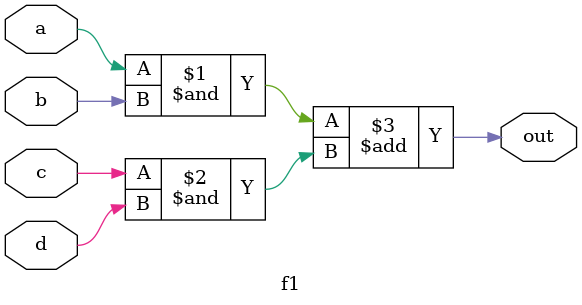
<source format=v>
module f1 (a, b, c, d, out);

input a, b, c, d;
output out;
assign out = (a&b) + (c&d);

endmodule

</source>
